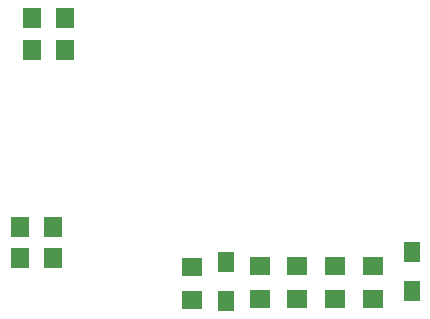
<source format=gbp>
G04 ---------------------------- Layer name :BOTTOM PASTER LAYER*
G04 EasyEDA v5.5.14, Thu, 21 Jun 2018 15:21:40 GMT*
G04 9a38f802714640338dee6b1ee23c8345*
G04 Gerber Generator version 0.2*
G04 Scale: 100 percent, Rotated: No, Reflected: No *
G04 Dimensions in millimeters *
G04 leading zeros omitted , absolute positions ,3 integer and 3 decimal *
%FSLAX33Y33*%
%MOMM*%
G90*
G71D02*

%ADD23R,1.800860X1.600200*%
%ADD27R,1.358900X1.816100*%
%ADD36R,1.612900X1.816100*%

%LPD*%
G54D23*
G01X29301Y8205D03*
G01X29301Y10999D03*
G01X23545Y8052D03*
G01X23545Y10846D03*
G01X35699Y10996D03*
G01X35699Y8202D03*
G01X32499Y10997D03*
G01X32499Y8203D03*
G01X38951Y10995D03*
G01X38951Y8201D03*
G54D27*
G01X42175Y12123D03*
G01X42175Y8847D03*
G01X26474Y8025D03*
G01X26474Y11302D03*
G54D36*
G01X9003Y14222D03*
G01X11797Y14222D03*
G01X9003Y11622D03*
G01X11797Y11622D03*
G01X12796Y29277D03*
G01X10002Y29277D03*
G01X12796Y31977D03*
G01X10002Y31977D03*
M00*
M02*

</source>
